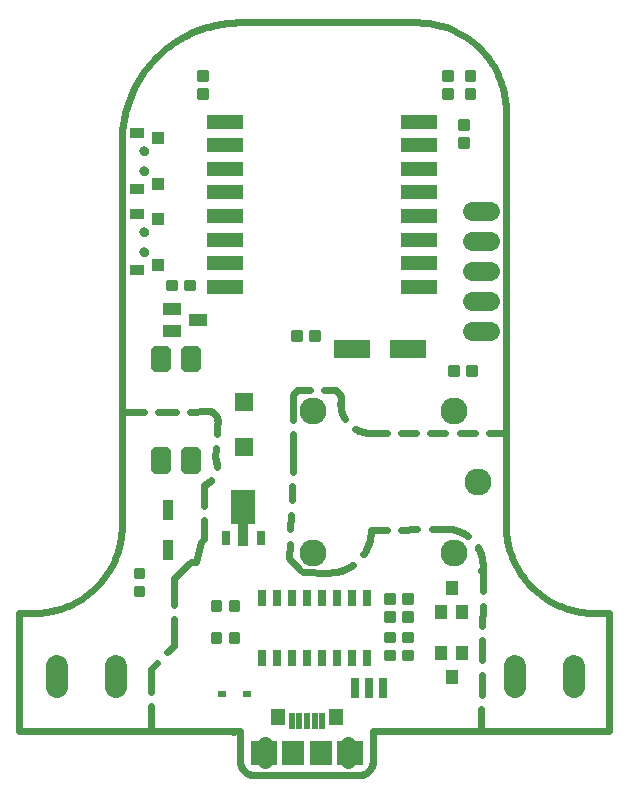
<source format=gts>
G75*
%MOIN*%
%OFA0B0*%
%FSLAX25Y25*%
%IPPOS*%
%LPD*%
%AMOC8*
5,1,8,0,0,1.08239X$1,22.5*
%
%ADD10C,0.02400*%
%ADD11R,0.12211X0.05124*%
%ADD12R,0.12211X0.05912*%
%ADD13R,0.03156X0.04731*%
%ADD14R,0.08274X0.11424*%
%ADD15R,0.03200X0.07575*%
%ADD16C,0.07450*%
%ADD17C,0.09000*%
%ADD18R,0.05912X0.04337*%
%ADD19R,0.05912X0.05912*%
%ADD20C,0.03291*%
%ADD21C,0.00975*%
%ADD22R,0.04731X0.03550*%
%ADD23R,0.04337X0.04156*%
%ADD24C,0.00000*%
%ADD25C,0.03156*%
%ADD26R,0.02900X0.05400*%
%ADD27R,0.04400X0.04900*%
%ADD28R,0.03156X0.07093*%
%ADD29C,0.06400*%
%ADD30R,0.04926X0.05709*%
%ADD31R,0.04915X0.05710*%
%ADD32R,0.09058X0.08270*%
%ADD33R,0.09047X0.08280*%
%ADD34R,0.01975X0.05715*%
%ADD35R,0.07487X0.07880*%
%ADD36C,0.04959*%
%ADD37C,0.05648*%
%ADD38R,0.02762X0.02172*%
%ADD39R,0.03550X0.06699*%
D10*
X0372094Y0046210D02*
X0372094Y0085580D01*
X0372127Y0085721D02*
X0376606Y0085721D01*
X0376626Y0085719D01*
X0376646Y0085715D01*
X0376665Y0085707D01*
X0376682Y0085696D01*
X0376697Y0085683D01*
X0376710Y0085668D01*
X0376721Y0085651D01*
X0376729Y0085632D01*
X0376733Y0085612D01*
X0376735Y0085592D01*
X0416134Y0066838D02*
X0416134Y0059313D01*
X0416134Y0054513D02*
X0416134Y0046988D01*
X0416363Y0046759D01*
X0443519Y0046053D02*
X0443551Y0046051D01*
X0443583Y0046046D01*
X0443613Y0046037D01*
X0443643Y0046025D01*
X0443671Y0046009D01*
X0443697Y0045991D01*
X0443721Y0045969D01*
X0443743Y0045945D01*
X0443761Y0045919D01*
X0443777Y0045891D01*
X0443789Y0045861D01*
X0443798Y0045831D01*
X0443803Y0045799D01*
X0443805Y0045767D01*
X0445913Y0046210D02*
X0372094Y0046210D01*
X0416134Y0066838D02*
X0418337Y0069040D01*
X0421731Y0072434D02*
X0423933Y0074637D01*
X0423933Y0083482D01*
X0423933Y0088282D02*
X0423933Y0097128D01*
X0429441Y0102635D01*
X0431389Y0102635D01*
X0432869Y0109076D01*
X0433797Y0110093D01*
X0433881Y0116528D01*
X0433943Y0121328D02*
X0434027Y0127763D01*
X0438131Y0134341D02*
X0438137Y0134507D01*
X0438140Y0134674D01*
X0438139Y0134841D01*
X0438133Y0135007D01*
X0438124Y0135174D01*
X0438111Y0135340D01*
X0438094Y0135506D01*
X0438073Y0135671D01*
X0438048Y0135836D01*
X0438019Y0136000D01*
X0437987Y0136164D01*
X0437950Y0136327D01*
X0437910Y0136488D01*
X0437866Y0136649D01*
X0437818Y0136809D01*
X0437767Y0136967D01*
X0437711Y0137125D01*
X0437652Y0137281D01*
X0437590Y0137435D01*
X0437780Y0140416D01*
X0438087Y0145206D02*
X0438277Y0148187D01*
X0438313Y0148301D01*
X0438346Y0148416D01*
X0438375Y0148532D01*
X0438400Y0148649D01*
X0438422Y0148766D01*
X0438440Y0148884D01*
X0438454Y0149003D01*
X0438464Y0149122D01*
X0438470Y0149242D01*
X0438473Y0149362D01*
X0438472Y0149481D01*
X0438467Y0149601D01*
X0438458Y0149720D01*
X0438445Y0149839D01*
X0438428Y0149957D01*
X0438408Y0150075D01*
X0438384Y0150192D01*
X0438356Y0150309D01*
X0438324Y0150424D01*
X0438289Y0150539D01*
X0438250Y0150652D01*
X0438208Y0150763D01*
X0438161Y0150874D01*
X0438112Y0150983D01*
X0438059Y0151090D01*
X0438002Y0151195D01*
X0437942Y0151299D01*
X0437879Y0151401D01*
X0437813Y0151500D01*
X0437743Y0151598D01*
X0437671Y0151693D01*
X0437595Y0151785D01*
X0437517Y0151876D01*
X0437435Y0151963D01*
X0437351Y0152048D01*
X0437264Y0152131D01*
X0437175Y0152210D01*
X0437083Y0152287D01*
X0436989Y0152360D01*
X0436892Y0152431D01*
X0436793Y0152498D01*
X0436692Y0152562D01*
X0436589Y0152623D01*
X0436484Y0152681D01*
X0436378Y0152735D01*
X0436269Y0152786D01*
X0436159Y0152833D01*
X0436048Y0152877D01*
X0435935Y0152917D01*
X0435076Y0152763D02*
X0429231Y0152718D01*
X0424432Y0152682D02*
X0418587Y0152637D01*
X0413787Y0152601D02*
X0407943Y0152556D01*
X0433788Y0128158D02*
X0433941Y0128224D01*
X0434093Y0128294D01*
X0434242Y0128367D01*
X0434390Y0128444D01*
X0434536Y0128525D01*
X0434681Y0128608D01*
X0434823Y0128695D01*
X0434963Y0128786D01*
X0435101Y0128879D01*
X0435237Y0128976D01*
X0435370Y0129076D01*
X0435501Y0129179D01*
X0435629Y0129286D01*
X0435755Y0129395D01*
X0435879Y0129507D01*
X0436000Y0129622D01*
X0436117Y0129740D01*
X0436233Y0129860D01*
X0436345Y0129983D01*
X0463297Y0127940D02*
X0463096Y0123123D01*
X0462895Y0118327D02*
X0462693Y0113510D01*
X0462492Y0108714D02*
X0462290Y0103898D01*
X0465815Y0100039D01*
X0466899Y0099291D02*
X0475731Y0099056D01*
X0487030Y0105077D02*
X0487220Y0105360D01*
X0487402Y0105647D01*
X0487577Y0105939D01*
X0487745Y0106235D01*
X0487906Y0106535D01*
X0488059Y0106839D01*
X0488205Y0107146D01*
X0488343Y0107457D01*
X0488473Y0107771D01*
X0488596Y0108089D01*
X0488711Y0108409D01*
X0488818Y0108732D01*
X0488918Y0109057D01*
X0489009Y0109385D01*
X0489092Y0109715D01*
X0489167Y0110047D01*
X0489234Y0110381D01*
X0489292Y0110716D01*
X0489343Y0111052D01*
X0489385Y0111390D01*
X0489419Y0111729D01*
X0489444Y0112068D01*
X0489462Y0112408D01*
X0489471Y0112748D01*
X0489471Y0113088D01*
X0494833Y0113205D01*
X0499632Y0113309D02*
X0504994Y0113426D01*
X0509793Y0113530D02*
X0515155Y0113647D01*
X0534496Y0115107D02*
X0534496Y0252903D01*
X0534497Y0252903D02*
X0534488Y0253617D01*
X0534463Y0254330D01*
X0534419Y0255042D01*
X0534359Y0255753D01*
X0534282Y0256462D01*
X0534187Y0257169D01*
X0534076Y0257874D01*
X0533947Y0258576D01*
X0533801Y0259275D01*
X0533639Y0259970D01*
X0533460Y0260660D01*
X0533264Y0261346D01*
X0533052Y0262028D01*
X0532823Y0262704D01*
X0532578Y0263374D01*
X0532317Y0264038D01*
X0532040Y0264695D01*
X0531747Y0265346D01*
X0531439Y0265990D01*
X0531115Y0266625D01*
X0530776Y0267253D01*
X0530421Y0267873D01*
X0530052Y0268483D01*
X0529668Y0269085D01*
X0529270Y0269677D01*
X0528858Y0270259D01*
X0528431Y0270831D01*
X0527991Y0271393D01*
X0527538Y0271944D01*
X0527071Y0272484D01*
X0526591Y0273012D01*
X0526099Y0273529D01*
X0525595Y0274033D01*
X0525078Y0274525D01*
X0524550Y0275005D01*
X0524010Y0275472D01*
X0523459Y0275925D01*
X0522897Y0276365D01*
X0522325Y0276792D01*
X0521743Y0277204D01*
X0521151Y0277602D01*
X0520549Y0277986D01*
X0519939Y0278355D01*
X0519319Y0278710D01*
X0518691Y0279049D01*
X0518056Y0279373D01*
X0517412Y0279681D01*
X0516761Y0279974D01*
X0516104Y0280251D01*
X0515440Y0280512D01*
X0514770Y0280757D01*
X0514094Y0280986D01*
X0513412Y0281198D01*
X0512726Y0281394D01*
X0512036Y0281573D01*
X0511341Y0281735D01*
X0510642Y0281881D01*
X0509940Y0282010D01*
X0509235Y0282121D01*
X0508528Y0282216D01*
X0507819Y0282293D01*
X0507108Y0282353D01*
X0506396Y0282397D01*
X0505683Y0282422D01*
X0504969Y0282431D01*
X0504969Y0282430D02*
X0445913Y0282430D01*
X0444962Y0282419D01*
X0444011Y0282384D01*
X0443061Y0282327D01*
X0442113Y0282246D01*
X0441167Y0282143D01*
X0440224Y0282017D01*
X0439285Y0281868D01*
X0438349Y0281697D01*
X0437418Y0281502D01*
X0436491Y0281286D01*
X0435570Y0281047D01*
X0434655Y0280786D01*
X0433747Y0280503D01*
X0432846Y0280198D01*
X0431952Y0279872D01*
X0431067Y0279523D01*
X0430190Y0279154D01*
X0429322Y0278764D01*
X0428465Y0278352D01*
X0427617Y0277920D01*
X0426780Y0277468D01*
X0425954Y0276996D01*
X0425140Y0276504D01*
X0424338Y0275992D01*
X0423548Y0275461D01*
X0422772Y0274911D01*
X0422009Y0274343D01*
X0421260Y0273756D01*
X0420526Y0273151D01*
X0419806Y0272529D01*
X0419101Y0271889D01*
X0418413Y0271233D01*
X0417740Y0270560D01*
X0417084Y0269872D01*
X0416444Y0269167D01*
X0415822Y0268447D01*
X0415217Y0267713D01*
X0414630Y0266964D01*
X0414062Y0266201D01*
X0413512Y0265425D01*
X0412981Y0264635D01*
X0412469Y0263833D01*
X0411977Y0263019D01*
X0411505Y0262193D01*
X0411053Y0261356D01*
X0410621Y0260508D01*
X0410209Y0259651D01*
X0409819Y0258783D01*
X0409450Y0257906D01*
X0409101Y0257021D01*
X0408775Y0256127D01*
X0408470Y0255226D01*
X0408187Y0254318D01*
X0407926Y0253403D01*
X0407687Y0252482D01*
X0407471Y0251555D01*
X0407276Y0250624D01*
X0407105Y0249688D01*
X0406956Y0248749D01*
X0406830Y0247806D01*
X0406727Y0246860D01*
X0406646Y0245912D01*
X0406589Y0244962D01*
X0406554Y0244011D01*
X0406543Y0243060D01*
X0406543Y0115107D01*
X0406544Y0115107D02*
X0406535Y0114393D01*
X0406510Y0113680D01*
X0406466Y0112968D01*
X0406406Y0112257D01*
X0406329Y0111548D01*
X0406234Y0110841D01*
X0406123Y0110136D01*
X0405994Y0109434D01*
X0405848Y0108735D01*
X0405686Y0108040D01*
X0405507Y0107350D01*
X0405311Y0106664D01*
X0405099Y0105982D01*
X0404870Y0105306D01*
X0404625Y0104636D01*
X0404364Y0103972D01*
X0404087Y0103315D01*
X0403794Y0102664D01*
X0403486Y0102020D01*
X0403162Y0101385D01*
X0402823Y0100757D01*
X0402468Y0100137D01*
X0402099Y0099527D01*
X0401715Y0098925D01*
X0401317Y0098333D01*
X0400905Y0097751D01*
X0400478Y0097179D01*
X0400038Y0096617D01*
X0399585Y0096066D01*
X0399118Y0095526D01*
X0398638Y0094998D01*
X0398146Y0094481D01*
X0397642Y0093977D01*
X0397125Y0093485D01*
X0396597Y0093005D01*
X0396057Y0092538D01*
X0395506Y0092085D01*
X0394944Y0091645D01*
X0394372Y0091218D01*
X0393790Y0090806D01*
X0393198Y0090408D01*
X0392596Y0090024D01*
X0391986Y0089655D01*
X0391366Y0089300D01*
X0390738Y0088961D01*
X0390103Y0088637D01*
X0389459Y0088329D01*
X0388808Y0088036D01*
X0388151Y0087759D01*
X0387487Y0087498D01*
X0386817Y0087253D01*
X0386141Y0087024D01*
X0385459Y0086812D01*
X0384773Y0086616D01*
X0384083Y0086437D01*
X0383388Y0086275D01*
X0382689Y0086129D01*
X0381987Y0086000D01*
X0381282Y0085889D01*
X0380575Y0085794D01*
X0379866Y0085717D01*
X0379155Y0085657D01*
X0378443Y0085613D01*
X0377730Y0085588D01*
X0377016Y0085579D01*
X0445913Y0046210D02*
X0445913Y0036367D01*
X0445914Y0036367D02*
X0445916Y0036229D01*
X0445922Y0036091D01*
X0445931Y0035953D01*
X0445945Y0035816D01*
X0445962Y0035679D01*
X0445984Y0035543D01*
X0446009Y0035407D01*
X0446037Y0035272D01*
X0446070Y0035138D01*
X0446106Y0035005D01*
X0446146Y0034873D01*
X0446190Y0034742D01*
X0446238Y0034612D01*
X0446289Y0034484D01*
X0446343Y0034357D01*
X0446401Y0034232D01*
X0446463Y0034108D01*
X0446528Y0033987D01*
X0446596Y0033867D01*
X0446668Y0033749D01*
X0446743Y0033633D01*
X0446822Y0033519D01*
X0446903Y0033408D01*
X0446988Y0033299D01*
X0447075Y0033192D01*
X0447166Y0033088D01*
X0447259Y0032986D01*
X0447355Y0032887D01*
X0447454Y0032791D01*
X0447556Y0032698D01*
X0447660Y0032607D01*
X0447767Y0032520D01*
X0447876Y0032435D01*
X0447987Y0032354D01*
X0448101Y0032275D01*
X0448217Y0032200D01*
X0448335Y0032128D01*
X0448455Y0032060D01*
X0448576Y0031995D01*
X0448700Y0031933D01*
X0448825Y0031875D01*
X0448952Y0031821D01*
X0449080Y0031770D01*
X0449210Y0031722D01*
X0449341Y0031678D01*
X0449473Y0031638D01*
X0449606Y0031602D01*
X0449740Y0031569D01*
X0449875Y0031541D01*
X0450011Y0031516D01*
X0450147Y0031494D01*
X0450284Y0031477D01*
X0450421Y0031463D01*
X0450559Y0031454D01*
X0450697Y0031448D01*
X0450835Y0031446D01*
X0485283Y0031446D01*
X0485421Y0031448D01*
X0485559Y0031454D01*
X0485697Y0031463D01*
X0485834Y0031477D01*
X0485971Y0031494D01*
X0486107Y0031516D01*
X0486243Y0031541D01*
X0486378Y0031569D01*
X0486512Y0031602D01*
X0486645Y0031638D01*
X0486777Y0031678D01*
X0486908Y0031722D01*
X0487038Y0031770D01*
X0487166Y0031821D01*
X0487293Y0031875D01*
X0487418Y0031933D01*
X0487542Y0031995D01*
X0487663Y0032060D01*
X0487783Y0032128D01*
X0487901Y0032200D01*
X0488017Y0032275D01*
X0488131Y0032354D01*
X0488242Y0032435D01*
X0488351Y0032520D01*
X0488458Y0032607D01*
X0488562Y0032698D01*
X0488664Y0032791D01*
X0488763Y0032887D01*
X0488859Y0032986D01*
X0488952Y0033088D01*
X0489043Y0033192D01*
X0489130Y0033299D01*
X0489215Y0033408D01*
X0489296Y0033519D01*
X0489375Y0033633D01*
X0489450Y0033749D01*
X0489522Y0033867D01*
X0489590Y0033987D01*
X0489655Y0034108D01*
X0489717Y0034232D01*
X0489775Y0034357D01*
X0489829Y0034484D01*
X0489880Y0034612D01*
X0489928Y0034742D01*
X0489972Y0034873D01*
X0490012Y0035005D01*
X0490048Y0035138D01*
X0490081Y0035272D01*
X0490109Y0035407D01*
X0490134Y0035543D01*
X0490156Y0035679D01*
X0490173Y0035816D01*
X0490187Y0035953D01*
X0490196Y0036091D01*
X0490202Y0036229D01*
X0490204Y0036367D01*
X0490205Y0036367D02*
X0490205Y0046210D01*
X0568945Y0046210D01*
X0568945Y0085580D01*
X0568819Y0085696D02*
X0563694Y0085696D01*
X0563679Y0085695D01*
X0563664Y0085690D01*
X0563651Y0085683D01*
X0563639Y0085673D01*
X0563629Y0085661D01*
X0563622Y0085648D01*
X0563617Y0085633D01*
X0563616Y0085618D01*
X0526748Y0087961D02*
X0526675Y0081291D01*
X0526623Y0076492D02*
X0526550Y0069822D01*
X0526498Y0065022D02*
X0526425Y0058353D01*
X0526373Y0053553D02*
X0526300Y0046884D01*
X0526800Y0092760D02*
X0526873Y0099430D01*
X0526873Y0099429D02*
X0526830Y0099420D01*
X0526786Y0099414D01*
X0526742Y0099412D01*
X0526698Y0099414D01*
X0526654Y0099420D01*
X0526611Y0099429D01*
X0526569Y0099442D01*
X0526528Y0099459D01*
X0526489Y0099480D01*
X0526452Y0099503D01*
X0526417Y0099530D01*
X0526384Y0099560D01*
X0526355Y0099593D01*
X0526328Y0099628D01*
X0526304Y0099665D01*
X0526284Y0099704D01*
X0526267Y0099745D01*
X0526253Y0099787D01*
X0526784Y0100523D02*
X0526799Y0100816D01*
X0526806Y0101110D01*
X0526806Y0101403D01*
X0526800Y0101697D01*
X0526786Y0101990D01*
X0526766Y0102283D01*
X0526738Y0102575D01*
X0526704Y0102866D01*
X0526663Y0103157D01*
X0526614Y0103446D01*
X0526560Y0103735D01*
X0526498Y0104022D01*
X0526429Y0104307D01*
X0526354Y0104591D01*
X0526272Y0104873D01*
X0526183Y0105153D01*
X0526088Y0105430D01*
X0525986Y0105705D01*
X0525878Y0105978D01*
X0525764Y0106249D01*
X0525643Y0106516D01*
X0525515Y0106780D01*
X0525382Y0107042D01*
X0525242Y0107300D01*
X0525096Y0107555D01*
X0521933Y0111125D02*
X0521697Y0111300D01*
X0521458Y0111470D01*
X0521214Y0111634D01*
X0520967Y0111792D01*
X0520716Y0111944D01*
X0520462Y0112091D01*
X0520204Y0112231D01*
X0519943Y0112365D01*
X0519679Y0112493D01*
X0519412Y0112615D01*
X0519142Y0112730D01*
X0518869Y0112839D01*
X0518594Y0112941D01*
X0518317Y0113037D01*
X0518037Y0113126D01*
X0517755Y0113209D01*
X0517472Y0113285D01*
X0517186Y0113354D01*
X0516900Y0113416D01*
X0516611Y0113472D01*
X0516322Y0113520D01*
X0516031Y0113562D01*
X0515740Y0113597D01*
X0515448Y0113625D01*
X0515155Y0113646D01*
X0483689Y0101665D02*
X0483410Y0101470D01*
X0483127Y0101281D01*
X0482839Y0101100D01*
X0482546Y0100926D01*
X0482250Y0100759D01*
X0481949Y0100599D01*
X0481645Y0100447D01*
X0481337Y0100302D01*
X0481026Y0100165D01*
X0480711Y0100036D01*
X0480393Y0099914D01*
X0480073Y0099800D01*
X0479749Y0099694D01*
X0479423Y0099596D01*
X0479095Y0099506D01*
X0478765Y0099424D01*
X0478433Y0099350D01*
X0478099Y0099284D01*
X0477764Y0099227D01*
X0477427Y0099178D01*
X0477089Y0099137D01*
X0476751Y0099104D01*
X0476411Y0099080D01*
X0476071Y0099064D01*
X0475731Y0099056D01*
X0463498Y0132735D02*
X0463700Y0137552D01*
X0463630Y0137745D02*
X0463630Y0145188D01*
X0463630Y0149988D02*
X0463630Y0157430D01*
X0463629Y0157430D02*
X0463623Y0157526D01*
X0463621Y0157621D01*
X0463623Y0157717D01*
X0463628Y0157812D01*
X0463638Y0157907D01*
X0463651Y0158001D01*
X0463668Y0158095D01*
X0463688Y0158189D01*
X0463713Y0158281D01*
X0463741Y0158372D01*
X0463773Y0158462D01*
X0463808Y0158551D01*
X0463847Y0158638D01*
X0463890Y0158723D01*
X0463936Y0158807D01*
X0463985Y0158889D01*
X0464037Y0158968D01*
X0464093Y0159046D01*
X0464151Y0159121D01*
X0464213Y0159194D01*
X0464278Y0159265D01*
X0464345Y0159332D01*
X0464415Y0159397D01*
X0464488Y0159459D01*
X0464563Y0159518D01*
X0464640Y0159574D01*
X0464719Y0159627D01*
X0464801Y0159677D01*
X0464884Y0159723D01*
X0464970Y0159766D01*
X0465057Y0159805D01*
X0465145Y0159841D01*
X0465235Y0159873D01*
X0465326Y0159902D01*
X0465418Y0159927D01*
X0465511Y0159948D01*
X0465605Y0159965D01*
X0465700Y0159979D01*
X0465794Y0159989D01*
X0465795Y0159988D02*
X0469104Y0160011D01*
X0473904Y0160044D02*
X0477213Y0160067D01*
X0477323Y0160025D01*
X0477432Y0159980D01*
X0477539Y0159931D01*
X0477644Y0159879D01*
X0477748Y0159823D01*
X0477850Y0159764D01*
X0477950Y0159701D01*
X0478047Y0159636D01*
X0478143Y0159567D01*
X0478236Y0159495D01*
X0478327Y0159420D01*
X0478415Y0159342D01*
X0478501Y0159262D01*
X0478584Y0159178D01*
X0478665Y0159092D01*
X0478742Y0159003D01*
X0478816Y0158912D01*
X0478888Y0158819D01*
X0478956Y0158723D01*
X0479021Y0158625D01*
X0479083Y0158525D01*
X0479142Y0158422D01*
X0479197Y0158319D01*
X0479249Y0158213D01*
X0479297Y0158105D01*
X0479342Y0157997D01*
X0479383Y0157886D01*
X0479421Y0157775D01*
X0479455Y0157662D01*
X0479485Y0157548D01*
X0479512Y0157433D01*
X0479534Y0157318D01*
X0479553Y0157202D01*
X0479568Y0157085D01*
X0479580Y0156968D01*
X0479587Y0156850D01*
X0479591Y0156733D01*
X0479590Y0156615D01*
X0479586Y0156497D01*
X0479578Y0156380D01*
X0479566Y0156262D01*
X0479551Y0156146D01*
X0479531Y0156030D01*
X0479508Y0155914D01*
X0479481Y0155800D01*
X0479450Y0155686D01*
X0479416Y0155573D01*
X0479378Y0155462D01*
X0479377Y0155462D02*
X0479380Y0155230D01*
X0479388Y0154999D01*
X0479402Y0154767D01*
X0479421Y0154536D01*
X0479445Y0154306D01*
X0479475Y0154076D01*
X0479510Y0153847D01*
X0479551Y0153619D01*
X0479597Y0153392D01*
X0479649Y0153166D01*
X0479705Y0152941D01*
X0479767Y0152718D01*
X0479835Y0152496D01*
X0479907Y0152276D01*
X0479985Y0152057D01*
X0480067Y0151841D01*
X0480155Y0151626D01*
X0480248Y0151414D01*
X0480346Y0151204D01*
X0480448Y0150996D01*
X0480556Y0150791D01*
X0480668Y0150588D01*
X0480785Y0150388D01*
X0484146Y0147027D02*
X0484346Y0146910D01*
X0484549Y0146798D01*
X0484754Y0146690D01*
X0484962Y0146588D01*
X0485172Y0146490D01*
X0485384Y0146397D01*
X0485599Y0146309D01*
X0485815Y0146227D01*
X0486034Y0146149D01*
X0486254Y0146077D01*
X0486476Y0146009D01*
X0486699Y0145947D01*
X0486924Y0145891D01*
X0487150Y0145839D01*
X0487377Y0145793D01*
X0487605Y0145752D01*
X0487834Y0145717D01*
X0488064Y0145687D01*
X0488294Y0145663D01*
X0488525Y0145644D01*
X0488757Y0145630D01*
X0488988Y0145622D01*
X0489220Y0145619D01*
X0489782Y0145673D02*
X0494773Y0145673D01*
X0499573Y0145673D02*
X0504565Y0145673D01*
X0509365Y0145673D02*
X0514356Y0145673D01*
X0519156Y0145673D02*
X0524147Y0145673D01*
X0528947Y0145673D02*
X0533938Y0145673D01*
X0534496Y0115107D02*
X0534505Y0114393D01*
X0534530Y0113680D01*
X0534574Y0112968D01*
X0534634Y0112257D01*
X0534711Y0111548D01*
X0534806Y0110841D01*
X0534917Y0110136D01*
X0535046Y0109434D01*
X0535192Y0108735D01*
X0535354Y0108040D01*
X0535533Y0107350D01*
X0535729Y0106664D01*
X0535941Y0105982D01*
X0536170Y0105306D01*
X0536415Y0104636D01*
X0536676Y0103972D01*
X0536953Y0103315D01*
X0537246Y0102664D01*
X0537554Y0102020D01*
X0537878Y0101385D01*
X0538217Y0100757D01*
X0538572Y0100137D01*
X0538941Y0099527D01*
X0539325Y0098925D01*
X0539723Y0098333D01*
X0540135Y0097751D01*
X0540562Y0097179D01*
X0541002Y0096617D01*
X0541455Y0096066D01*
X0541922Y0095526D01*
X0542402Y0094998D01*
X0542894Y0094481D01*
X0543398Y0093977D01*
X0543915Y0093485D01*
X0544443Y0093005D01*
X0544983Y0092538D01*
X0545534Y0092085D01*
X0546096Y0091645D01*
X0546668Y0091218D01*
X0547250Y0090806D01*
X0547842Y0090408D01*
X0548444Y0090024D01*
X0549054Y0089655D01*
X0549674Y0089300D01*
X0550302Y0088961D01*
X0550937Y0088637D01*
X0551581Y0088329D01*
X0552232Y0088036D01*
X0552889Y0087759D01*
X0553553Y0087498D01*
X0554223Y0087253D01*
X0554899Y0087024D01*
X0555581Y0086812D01*
X0556267Y0086616D01*
X0556957Y0086437D01*
X0557652Y0086275D01*
X0558351Y0086129D01*
X0559053Y0086000D01*
X0559758Y0085889D01*
X0560465Y0085794D01*
X0561174Y0085717D01*
X0561885Y0085657D01*
X0562597Y0085613D01*
X0563310Y0085588D01*
X0564024Y0085579D01*
D11*
X0505461Y0194288D03*
X0505461Y0202162D03*
X0505461Y0210036D03*
X0505461Y0217910D03*
X0505461Y0225784D03*
X0505461Y0233658D03*
X0505461Y0241532D03*
X0505461Y0249406D03*
X0440895Y0249406D03*
X0440895Y0241532D03*
X0440895Y0233658D03*
X0440895Y0225784D03*
X0440895Y0217910D03*
X0440895Y0210036D03*
X0440895Y0202162D03*
X0440895Y0194288D03*
D12*
X0483121Y0173712D03*
X0502019Y0173712D03*
D13*
X0452939Y0110429D03*
X0441128Y0110429D03*
D14*
X0447033Y0120862D03*
D15*
X0446994Y0111669D03*
D16*
X0404695Y0067793D02*
X0404695Y0060743D01*
X0385010Y0060743D02*
X0385010Y0067793D01*
X0537634Y0067920D02*
X0537634Y0060870D01*
X0557319Y0060870D02*
X0557319Y0067920D01*
D17*
X0517405Y0105716D03*
X0525279Y0129338D03*
X0517405Y0152960D03*
X0470161Y0152960D03*
X0470161Y0105716D03*
D18*
X0423375Y0179580D03*
X0432036Y0183321D03*
X0423375Y0187061D03*
D19*
X0447304Y0156030D03*
X0447304Y0141070D03*
D20*
X0431082Y0139143D02*
X0431082Y0133647D01*
X0427792Y0133647D01*
X0427792Y0139143D01*
X0431082Y0139143D01*
X0431082Y0136937D02*
X0427792Y0136937D01*
X0421082Y0139143D02*
X0421082Y0133647D01*
X0417792Y0133647D01*
X0417792Y0139143D01*
X0421082Y0139143D01*
X0421082Y0136937D02*
X0417792Y0136937D01*
X0421082Y0167427D02*
X0421082Y0172923D01*
X0421082Y0167427D02*
X0417792Y0167427D01*
X0417792Y0172923D01*
X0421082Y0172923D01*
X0421082Y0170717D02*
X0417792Y0170717D01*
X0431082Y0172923D02*
X0431082Y0167427D01*
X0427792Y0167427D01*
X0427792Y0172923D01*
X0431082Y0172923D01*
X0431082Y0170717D02*
X0427792Y0170717D01*
D21*
X0463247Y0176666D02*
X0466173Y0176666D01*
X0463247Y0176666D02*
X0463247Y0179592D01*
X0466173Y0179592D01*
X0466173Y0176666D01*
X0466173Y0177640D02*
X0463247Y0177640D01*
X0463247Y0178614D02*
X0466173Y0178614D01*
X0466173Y0179588D02*
X0463247Y0179588D01*
X0469247Y0176666D02*
X0472173Y0176666D01*
X0469247Y0176666D02*
X0469247Y0179592D01*
X0472173Y0179592D01*
X0472173Y0176666D01*
X0472173Y0177640D02*
X0469247Y0177640D01*
X0469247Y0178614D02*
X0472173Y0178614D01*
X0472173Y0179588D02*
X0469247Y0179588D01*
X0430544Y0193455D02*
X0427618Y0193455D01*
X0427618Y0196381D01*
X0430544Y0196381D01*
X0430544Y0193455D01*
X0430544Y0194429D02*
X0427618Y0194429D01*
X0427618Y0195403D02*
X0430544Y0195403D01*
X0430544Y0196377D02*
X0427618Y0196377D01*
X0424544Y0193455D02*
X0421618Y0193455D01*
X0421618Y0196381D01*
X0424544Y0196381D01*
X0424544Y0193455D01*
X0424544Y0194429D02*
X0421618Y0194429D01*
X0421618Y0195403D02*
X0424544Y0195403D01*
X0424544Y0196377D02*
X0421618Y0196377D01*
X0515610Y0164938D02*
X0518536Y0164938D01*
X0515610Y0164938D02*
X0515610Y0167864D01*
X0518536Y0167864D01*
X0518536Y0164938D01*
X0518536Y0165912D02*
X0515610Y0165912D01*
X0515610Y0166886D02*
X0518536Y0166886D01*
X0518536Y0167860D02*
X0515610Y0167860D01*
X0521610Y0164938D02*
X0524536Y0164938D01*
X0521610Y0164938D02*
X0521610Y0167864D01*
X0524536Y0167864D01*
X0524536Y0164938D01*
X0524536Y0165912D02*
X0521610Y0165912D01*
X0521610Y0166886D02*
X0524536Y0166886D01*
X0524536Y0167860D02*
X0521610Y0167860D01*
X0410784Y0100386D02*
X0410784Y0097460D01*
X0410784Y0100386D02*
X0413710Y0100386D01*
X0413710Y0097460D01*
X0410784Y0097460D01*
X0410784Y0098434D02*
X0413710Y0098434D01*
X0413710Y0099408D02*
X0410784Y0099408D01*
X0410784Y0100382D02*
X0413710Y0100382D01*
X0410784Y0094386D02*
X0410784Y0091460D01*
X0410784Y0094386D02*
X0413710Y0094386D01*
X0413710Y0091460D01*
X0410784Y0091460D01*
X0410784Y0092434D02*
X0413710Y0092434D01*
X0413710Y0093408D02*
X0410784Y0093408D01*
X0410784Y0094382D02*
X0413710Y0094382D01*
X0436449Y0086509D02*
X0439375Y0086509D01*
X0436449Y0086509D02*
X0436449Y0089435D01*
X0439375Y0089435D01*
X0439375Y0086509D01*
X0439375Y0087483D02*
X0436449Y0087483D01*
X0436449Y0088457D02*
X0439375Y0088457D01*
X0439375Y0089431D02*
X0436449Y0089431D01*
X0442449Y0086509D02*
X0445375Y0086509D01*
X0442449Y0086509D02*
X0442449Y0089435D01*
X0445375Y0089435D01*
X0445375Y0086509D01*
X0445375Y0087483D02*
X0442449Y0087483D01*
X0442449Y0088457D02*
X0445375Y0088457D01*
X0445375Y0089431D02*
X0442449Y0089431D01*
X0442449Y0076009D02*
X0445375Y0076009D01*
X0442449Y0076009D02*
X0442449Y0078935D01*
X0445375Y0078935D01*
X0445375Y0076009D01*
X0445375Y0076983D02*
X0442449Y0076983D01*
X0442449Y0077957D02*
X0445375Y0077957D01*
X0445375Y0078931D02*
X0442449Y0078931D01*
X0439375Y0076009D02*
X0436449Y0076009D01*
X0436449Y0078935D01*
X0439375Y0078935D01*
X0439375Y0076009D01*
X0439375Y0076983D02*
X0436449Y0076983D01*
X0436449Y0077957D02*
X0439375Y0077957D01*
X0439375Y0078931D02*
X0436449Y0078931D01*
X0494185Y0076077D02*
X0497111Y0076077D01*
X0494185Y0076077D02*
X0494185Y0079003D01*
X0497111Y0079003D01*
X0497111Y0076077D01*
X0497111Y0077051D02*
X0494185Y0077051D01*
X0494185Y0078025D02*
X0497111Y0078025D01*
X0497111Y0078999D02*
X0494185Y0078999D01*
X0494315Y0085941D02*
X0497241Y0085941D01*
X0497241Y0083015D01*
X0494315Y0083015D01*
X0494315Y0085941D01*
X0494315Y0083989D02*
X0497241Y0083989D01*
X0497241Y0084963D02*
X0494315Y0084963D01*
X0494315Y0085937D02*
X0497241Y0085937D01*
X0497209Y0091919D02*
X0494283Y0091919D01*
X0497209Y0091919D02*
X0497209Y0088993D01*
X0494283Y0088993D01*
X0494283Y0091919D01*
X0494283Y0089967D02*
X0497209Y0089967D01*
X0497209Y0090941D02*
X0494283Y0090941D01*
X0494283Y0091915D02*
X0497209Y0091915D01*
X0500283Y0091919D02*
X0503209Y0091919D01*
X0503209Y0088993D01*
X0500283Y0088993D01*
X0500283Y0091919D01*
X0500283Y0089967D02*
X0503209Y0089967D01*
X0503209Y0090941D02*
X0500283Y0090941D01*
X0500283Y0091915D02*
X0503209Y0091915D01*
X0503241Y0085941D02*
X0500315Y0085941D01*
X0503241Y0085941D02*
X0503241Y0083015D01*
X0500315Y0083015D01*
X0500315Y0085941D01*
X0500315Y0083989D02*
X0503241Y0083989D01*
X0503241Y0084963D02*
X0500315Y0084963D01*
X0500315Y0085937D02*
X0503241Y0085937D01*
X0503111Y0076077D02*
X0500185Y0076077D01*
X0500185Y0079003D01*
X0503111Y0079003D01*
X0503111Y0076077D01*
X0503111Y0077051D02*
X0500185Y0077051D01*
X0500185Y0078025D02*
X0503111Y0078025D01*
X0503111Y0078999D02*
X0500185Y0078999D01*
X0500185Y0070116D02*
X0503111Y0070116D01*
X0500185Y0070116D02*
X0500185Y0073042D01*
X0503111Y0073042D01*
X0503111Y0070116D01*
X0503111Y0071090D02*
X0500185Y0071090D01*
X0500185Y0072064D02*
X0503111Y0072064D01*
X0503111Y0073038D02*
X0500185Y0073038D01*
X0497111Y0070116D02*
X0494185Y0070116D01*
X0494185Y0073042D01*
X0497111Y0073042D01*
X0497111Y0070116D01*
X0497111Y0071090D02*
X0494185Y0071090D01*
X0494185Y0072064D02*
X0497111Y0072064D01*
X0497111Y0073038D02*
X0494185Y0073038D01*
X0518925Y0240956D02*
X0518925Y0243882D01*
X0521851Y0243882D01*
X0521851Y0240956D01*
X0518925Y0240956D01*
X0518925Y0241930D02*
X0521851Y0241930D01*
X0521851Y0242904D02*
X0518925Y0242904D01*
X0518925Y0243878D02*
X0521851Y0243878D01*
X0518925Y0246956D02*
X0518925Y0249882D01*
X0521851Y0249882D01*
X0521851Y0246956D01*
X0518925Y0246956D01*
X0518925Y0247930D02*
X0521851Y0247930D01*
X0521851Y0248904D02*
X0518925Y0248904D01*
X0518925Y0249878D02*
X0521851Y0249878D01*
X0524064Y0257251D02*
X0524064Y0260177D01*
X0524064Y0257251D02*
X0521138Y0257251D01*
X0521138Y0260177D01*
X0524064Y0260177D01*
X0524064Y0258225D02*
X0521138Y0258225D01*
X0521138Y0259199D02*
X0524064Y0259199D01*
X0524064Y0260173D02*
X0521138Y0260173D01*
X0524064Y0263251D02*
X0524064Y0266177D01*
X0524064Y0263251D02*
X0521138Y0263251D01*
X0521138Y0266177D01*
X0524064Y0266177D01*
X0524064Y0264225D02*
X0521138Y0264225D01*
X0521138Y0265199D02*
X0524064Y0265199D01*
X0524064Y0266173D02*
X0521138Y0266173D01*
X0516487Y0266177D02*
X0516487Y0263251D01*
X0513561Y0263251D01*
X0513561Y0266177D01*
X0516487Y0266177D01*
X0516487Y0264225D02*
X0513561Y0264225D01*
X0513561Y0265199D02*
X0516487Y0265199D01*
X0516487Y0266173D02*
X0513561Y0266173D01*
X0516487Y0260177D02*
X0516487Y0257251D01*
X0513561Y0257251D01*
X0513561Y0260177D01*
X0516487Y0260177D01*
X0516487Y0258225D02*
X0513561Y0258225D01*
X0513561Y0259199D02*
X0516487Y0259199D01*
X0516487Y0260173D02*
X0513561Y0260173D01*
X0434779Y0260177D02*
X0434779Y0257251D01*
X0431853Y0257251D01*
X0431853Y0260177D01*
X0434779Y0260177D01*
X0434779Y0258225D02*
X0431853Y0258225D01*
X0431853Y0259199D02*
X0434779Y0259199D01*
X0434779Y0260173D02*
X0431853Y0260173D01*
X0434779Y0263251D02*
X0434779Y0266177D01*
X0434779Y0263251D02*
X0431853Y0263251D01*
X0431853Y0266177D01*
X0434779Y0266177D01*
X0434779Y0264225D02*
X0431853Y0264225D01*
X0431853Y0265199D02*
X0434779Y0265199D01*
X0434779Y0266173D02*
X0431853Y0266173D01*
D22*
X0411739Y0245718D03*
X0411739Y0226821D03*
X0411739Y0218660D03*
X0411739Y0199763D03*
D23*
X0418431Y0201591D03*
X0418431Y0216832D03*
X0418431Y0228649D03*
X0418431Y0243891D03*
D24*
X0412526Y0239616D02*
X0412528Y0239690D01*
X0412534Y0239764D01*
X0412544Y0239837D01*
X0412558Y0239910D01*
X0412575Y0239982D01*
X0412597Y0240052D01*
X0412622Y0240122D01*
X0412651Y0240190D01*
X0412684Y0240256D01*
X0412720Y0240321D01*
X0412760Y0240383D01*
X0412802Y0240444D01*
X0412848Y0240502D01*
X0412897Y0240557D01*
X0412949Y0240610D01*
X0413004Y0240660D01*
X0413061Y0240706D01*
X0413121Y0240750D01*
X0413183Y0240790D01*
X0413247Y0240827D01*
X0413313Y0240861D01*
X0413381Y0240891D01*
X0413450Y0240917D01*
X0413521Y0240940D01*
X0413592Y0240958D01*
X0413665Y0240973D01*
X0413738Y0240984D01*
X0413812Y0240991D01*
X0413886Y0240994D01*
X0413959Y0240993D01*
X0414033Y0240988D01*
X0414107Y0240979D01*
X0414180Y0240966D01*
X0414252Y0240949D01*
X0414323Y0240929D01*
X0414393Y0240904D01*
X0414461Y0240876D01*
X0414528Y0240845D01*
X0414593Y0240809D01*
X0414656Y0240771D01*
X0414717Y0240729D01*
X0414776Y0240683D01*
X0414832Y0240635D01*
X0414885Y0240584D01*
X0414935Y0240530D01*
X0414983Y0240473D01*
X0415027Y0240414D01*
X0415069Y0240352D01*
X0415107Y0240289D01*
X0415141Y0240223D01*
X0415172Y0240156D01*
X0415199Y0240087D01*
X0415222Y0240017D01*
X0415242Y0239946D01*
X0415258Y0239873D01*
X0415270Y0239800D01*
X0415278Y0239727D01*
X0415282Y0239653D01*
X0415282Y0239579D01*
X0415278Y0239505D01*
X0415270Y0239432D01*
X0415258Y0239359D01*
X0415242Y0239286D01*
X0415222Y0239215D01*
X0415199Y0239145D01*
X0415172Y0239076D01*
X0415141Y0239009D01*
X0415107Y0238943D01*
X0415069Y0238880D01*
X0415027Y0238818D01*
X0414983Y0238759D01*
X0414935Y0238702D01*
X0414885Y0238648D01*
X0414832Y0238597D01*
X0414776Y0238549D01*
X0414717Y0238503D01*
X0414656Y0238461D01*
X0414593Y0238423D01*
X0414528Y0238387D01*
X0414461Y0238356D01*
X0414393Y0238328D01*
X0414323Y0238303D01*
X0414252Y0238283D01*
X0414180Y0238266D01*
X0414107Y0238253D01*
X0414033Y0238244D01*
X0413959Y0238239D01*
X0413886Y0238238D01*
X0413812Y0238241D01*
X0413738Y0238248D01*
X0413665Y0238259D01*
X0413592Y0238274D01*
X0413521Y0238292D01*
X0413450Y0238315D01*
X0413381Y0238341D01*
X0413313Y0238371D01*
X0413247Y0238405D01*
X0413183Y0238442D01*
X0413121Y0238482D01*
X0413061Y0238526D01*
X0413004Y0238572D01*
X0412949Y0238622D01*
X0412897Y0238675D01*
X0412848Y0238730D01*
X0412802Y0238788D01*
X0412760Y0238849D01*
X0412720Y0238911D01*
X0412684Y0238976D01*
X0412651Y0239042D01*
X0412622Y0239110D01*
X0412597Y0239180D01*
X0412575Y0239250D01*
X0412558Y0239322D01*
X0412544Y0239395D01*
X0412534Y0239468D01*
X0412528Y0239542D01*
X0412526Y0239616D01*
X0412526Y0232923D02*
X0412528Y0232997D01*
X0412534Y0233071D01*
X0412544Y0233144D01*
X0412558Y0233217D01*
X0412575Y0233289D01*
X0412597Y0233359D01*
X0412622Y0233429D01*
X0412651Y0233497D01*
X0412684Y0233563D01*
X0412720Y0233628D01*
X0412760Y0233690D01*
X0412802Y0233751D01*
X0412848Y0233809D01*
X0412897Y0233864D01*
X0412949Y0233917D01*
X0413004Y0233967D01*
X0413061Y0234013D01*
X0413121Y0234057D01*
X0413183Y0234097D01*
X0413247Y0234134D01*
X0413313Y0234168D01*
X0413381Y0234198D01*
X0413450Y0234224D01*
X0413521Y0234247D01*
X0413592Y0234265D01*
X0413665Y0234280D01*
X0413738Y0234291D01*
X0413812Y0234298D01*
X0413886Y0234301D01*
X0413959Y0234300D01*
X0414033Y0234295D01*
X0414107Y0234286D01*
X0414180Y0234273D01*
X0414252Y0234256D01*
X0414323Y0234236D01*
X0414393Y0234211D01*
X0414461Y0234183D01*
X0414528Y0234152D01*
X0414593Y0234116D01*
X0414656Y0234078D01*
X0414717Y0234036D01*
X0414776Y0233990D01*
X0414832Y0233942D01*
X0414885Y0233891D01*
X0414935Y0233837D01*
X0414983Y0233780D01*
X0415027Y0233721D01*
X0415069Y0233659D01*
X0415107Y0233596D01*
X0415141Y0233530D01*
X0415172Y0233463D01*
X0415199Y0233394D01*
X0415222Y0233324D01*
X0415242Y0233253D01*
X0415258Y0233180D01*
X0415270Y0233107D01*
X0415278Y0233034D01*
X0415282Y0232960D01*
X0415282Y0232886D01*
X0415278Y0232812D01*
X0415270Y0232739D01*
X0415258Y0232666D01*
X0415242Y0232593D01*
X0415222Y0232522D01*
X0415199Y0232452D01*
X0415172Y0232383D01*
X0415141Y0232316D01*
X0415107Y0232250D01*
X0415069Y0232187D01*
X0415027Y0232125D01*
X0414983Y0232066D01*
X0414935Y0232009D01*
X0414885Y0231955D01*
X0414832Y0231904D01*
X0414776Y0231856D01*
X0414717Y0231810D01*
X0414656Y0231768D01*
X0414593Y0231730D01*
X0414528Y0231694D01*
X0414461Y0231663D01*
X0414393Y0231635D01*
X0414323Y0231610D01*
X0414252Y0231590D01*
X0414180Y0231573D01*
X0414107Y0231560D01*
X0414033Y0231551D01*
X0413959Y0231546D01*
X0413886Y0231545D01*
X0413812Y0231548D01*
X0413738Y0231555D01*
X0413665Y0231566D01*
X0413592Y0231581D01*
X0413521Y0231599D01*
X0413450Y0231622D01*
X0413381Y0231648D01*
X0413313Y0231678D01*
X0413247Y0231712D01*
X0413183Y0231749D01*
X0413121Y0231789D01*
X0413061Y0231833D01*
X0413004Y0231879D01*
X0412949Y0231929D01*
X0412897Y0231982D01*
X0412848Y0232037D01*
X0412802Y0232095D01*
X0412760Y0232156D01*
X0412720Y0232218D01*
X0412684Y0232283D01*
X0412651Y0232349D01*
X0412622Y0232417D01*
X0412597Y0232487D01*
X0412575Y0232557D01*
X0412558Y0232629D01*
X0412544Y0232702D01*
X0412534Y0232775D01*
X0412528Y0232849D01*
X0412526Y0232923D01*
X0412526Y0212558D02*
X0412528Y0212632D01*
X0412534Y0212706D01*
X0412544Y0212779D01*
X0412558Y0212852D01*
X0412575Y0212924D01*
X0412597Y0212994D01*
X0412622Y0213064D01*
X0412651Y0213132D01*
X0412684Y0213198D01*
X0412720Y0213263D01*
X0412760Y0213325D01*
X0412802Y0213386D01*
X0412848Y0213444D01*
X0412897Y0213499D01*
X0412949Y0213552D01*
X0413004Y0213602D01*
X0413061Y0213648D01*
X0413121Y0213692D01*
X0413183Y0213732D01*
X0413247Y0213769D01*
X0413313Y0213803D01*
X0413381Y0213833D01*
X0413450Y0213859D01*
X0413521Y0213882D01*
X0413592Y0213900D01*
X0413665Y0213915D01*
X0413738Y0213926D01*
X0413812Y0213933D01*
X0413886Y0213936D01*
X0413959Y0213935D01*
X0414033Y0213930D01*
X0414107Y0213921D01*
X0414180Y0213908D01*
X0414252Y0213891D01*
X0414323Y0213871D01*
X0414393Y0213846D01*
X0414461Y0213818D01*
X0414528Y0213787D01*
X0414593Y0213751D01*
X0414656Y0213713D01*
X0414717Y0213671D01*
X0414776Y0213625D01*
X0414832Y0213577D01*
X0414885Y0213526D01*
X0414935Y0213472D01*
X0414983Y0213415D01*
X0415027Y0213356D01*
X0415069Y0213294D01*
X0415107Y0213231D01*
X0415141Y0213165D01*
X0415172Y0213098D01*
X0415199Y0213029D01*
X0415222Y0212959D01*
X0415242Y0212888D01*
X0415258Y0212815D01*
X0415270Y0212742D01*
X0415278Y0212669D01*
X0415282Y0212595D01*
X0415282Y0212521D01*
X0415278Y0212447D01*
X0415270Y0212374D01*
X0415258Y0212301D01*
X0415242Y0212228D01*
X0415222Y0212157D01*
X0415199Y0212087D01*
X0415172Y0212018D01*
X0415141Y0211951D01*
X0415107Y0211885D01*
X0415069Y0211822D01*
X0415027Y0211760D01*
X0414983Y0211701D01*
X0414935Y0211644D01*
X0414885Y0211590D01*
X0414832Y0211539D01*
X0414776Y0211491D01*
X0414717Y0211445D01*
X0414656Y0211403D01*
X0414593Y0211365D01*
X0414528Y0211329D01*
X0414461Y0211298D01*
X0414393Y0211270D01*
X0414323Y0211245D01*
X0414252Y0211225D01*
X0414180Y0211208D01*
X0414107Y0211195D01*
X0414033Y0211186D01*
X0413959Y0211181D01*
X0413886Y0211180D01*
X0413812Y0211183D01*
X0413738Y0211190D01*
X0413665Y0211201D01*
X0413592Y0211216D01*
X0413521Y0211234D01*
X0413450Y0211257D01*
X0413381Y0211283D01*
X0413313Y0211313D01*
X0413247Y0211347D01*
X0413183Y0211384D01*
X0413121Y0211424D01*
X0413061Y0211468D01*
X0413004Y0211514D01*
X0412949Y0211564D01*
X0412897Y0211617D01*
X0412848Y0211672D01*
X0412802Y0211730D01*
X0412760Y0211791D01*
X0412720Y0211853D01*
X0412684Y0211918D01*
X0412651Y0211984D01*
X0412622Y0212052D01*
X0412597Y0212122D01*
X0412575Y0212192D01*
X0412558Y0212264D01*
X0412544Y0212337D01*
X0412534Y0212410D01*
X0412528Y0212484D01*
X0412526Y0212558D01*
X0412526Y0205865D02*
X0412528Y0205939D01*
X0412534Y0206013D01*
X0412544Y0206086D01*
X0412558Y0206159D01*
X0412575Y0206231D01*
X0412597Y0206301D01*
X0412622Y0206371D01*
X0412651Y0206439D01*
X0412684Y0206505D01*
X0412720Y0206570D01*
X0412760Y0206632D01*
X0412802Y0206693D01*
X0412848Y0206751D01*
X0412897Y0206806D01*
X0412949Y0206859D01*
X0413004Y0206909D01*
X0413061Y0206955D01*
X0413121Y0206999D01*
X0413183Y0207039D01*
X0413247Y0207076D01*
X0413313Y0207110D01*
X0413381Y0207140D01*
X0413450Y0207166D01*
X0413521Y0207189D01*
X0413592Y0207207D01*
X0413665Y0207222D01*
X0413738Y0207233D01*
X0413812Y0207240D01*
X0413886Y0207243D01*
X0413959Y0207242D01*
X0414033Y0207237D01*
X0414107Y0207228D01*
X0414180Y0207215D01*
X0414252Y0207198D01*
X0414323Y0207178D01*
X0414393Y0207153D01*
X0414461Y0207125D01*
X0414528Y0207094D01*
X0414593Y0207058D01*
X0414656Y0207020D01*
X0414717Y0206978D01*
X0414776Y0206932D01*
X0414832Y0206884D01*
X0414885Y0206833D01*
X0414935Y0206779D01*
X0414983Y0206722D01*
X0415027Y0206663D01*
X0415069Y0206601D01*
X0415107Y0206538D01*
X0415141Y0206472D01*
X0415172Y0206405D01*
X0415199Y0206336D01*
X0415222Y0206266D01*
X0415242Y0206195D01*
X0415258Y0206122D01*
X0415270Y0206049D01*
X0415278Y0205976D01*
X0415282Y0205902D01*
X0415282Y0205828D01*
X0415278Y0205754D01*
X0415270Y0205681D01*
X0415258Y0205608D01*
X0415242Y0205535D01*
X0415222Y0205464D01*
X0415199Y0205394D01*
X0415172Y0205325D01*
X0415141Y0205258D01*
X0415107Y0205192D01*
X0415069Y0205129D01*
X0415027Y0205067D01*
X0414983Y0205008D01*
X0414935Y0204951D01*
X0414885Y0204897D01*
X0414832Y0204846D01*
X0414776Y0204798D01*
X0414717Y0204752D01*
X0414656Y0204710D01*
X0414593Y0204672D01*
X0414528Y0204636D01*
X0414461Y0204605D01*
X0414393Y0204577D01*
X0414323Y0204552D01*
X0414252Y0204532D01*
X0414180Y0204515D01*
X0414107Y0204502D01*
X0414033Y0204493D01*
X0413959Y0204488D01*
X0413886Y0204487D01*
X0413812Y0204490D01*
X0413738Y0204497D01*
X0413665Y0204508D01*
X0413592Y0204523D01*
X0413521Y0204541D01*
X0413450Y0204564D01*
X0413381Y0204590D01*
X0413313Y0204620D01*
X0413247Y0204654D01*
X0413183Y0204691D01*
X0413121Y0204731D01*
X0413061Y0204775D01*
X0413004Y0204821D01*
X0412949Y0204871D01*
X0412897Y0204924D01*
X0412848Y0204979D01*
X0412802Y0205037D01*
X0412760Y0205098D01*
X0412720Y0205160D01*
X0412684Y0205225D01*
X0412651Y0205291D01*
X0412622Y0205359D01*
X0412597Y0205429D01*
X0412575Y0205499D01*
X0412558Y0205571D01*
X0412544Y0205644D01*
X0412534Y0205717D01*
X0412528Y0205791D01*
X0412526Y0205865D01*
D25*
X0413904Y0205865D03*
X0413904Y0212558D03*
X0413904Y0232923D03*
X0413904Y0239616D03*
D26*
X0453106Y0090499D03*
X0458106Y0090499D03*
X0463106Y0090499D03*
X0468106Y0090499D03*
X0473106Y0090499D03*
X0478106Y0090499D03*
X0483106Y0090499D03*
X0488106Y0090499D03*
X0488106Y0070499D03*
X0483106Y0070499D03*
X0478106Y0070499D03*
X0473106Y0070499D03*
X0468106Y0070499D03*
X0463106Y0070499D03*
X0458106Y0070499D03*
X0453106Y0070499D03*
D27*
X0512940Y0072322D03*
X0519940Y0072322D03*
X0516440Y0064322D03*
X0519940Y0085813D03*
X0512940Y0085813D03*
X0516440Y0093813D03*
D28*
X0493536Y0060688D03*
X0488812Y0060688D03*
X0484088Y0060688D03*
D29*
X0523093Y0179449D02*
X0529093Y0179449D01*
X0529093Y0189449D02*
X0523093Y0189449D01*
X0523093Y0199449D02*
X0529093Y0199449D01*
X0529093Y0209449D02*
X0523093Y0209449D01*
X0523093Y0219449D02*
X0529093Y0219449D01*
D30*
X0458681Y0050850D03*
D31*
X0477782Y0050850D03*
D32*
X0453859Y0039038D03*
D33*
X0482605Y0039033D03*
D34*
X0473349Y0049571D03*
X0470790Y0049571D03*
X0468231Y0049571D03*
X0465672Y0049571D03*
X0463113Y0049571D03*
D35*
X0463704Y0039040D03*
X0472759Y0039040D03*
D36*
X0477778Y0050851D03*
X0458684Y0050851D03*
D37*
X0454402Y0041664D02*
X0454402Y0036416D01*
X0482060Y0036416D02*
X0482060Y0041664D01*
D38*
X0448243Y0058588D03*
X0439897Y0058588D03*
D39*
X0421860Y0106476D03*
X0421860Y0119862D03*
M02*

</source>
